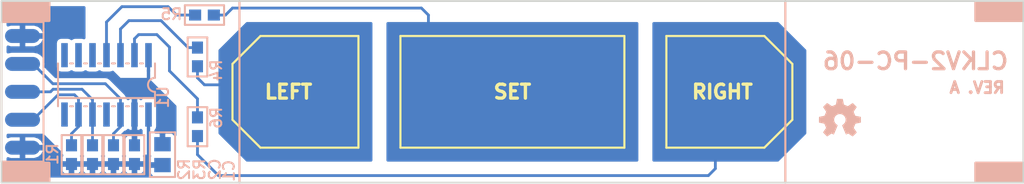
<source format=kicad_pcb>
(kicad_pcb (version 4) (host pcbnew "(2015-09-10 BZR 6177)-product")

  (general
    (links 19)
    (no_connects 0)
    (area 98.715999 95.042 191.845001 113.675381)
    (thickness 1.6)
    (drawings 27)
    (tracks 68)
    (zones 0)
    (modules 11)
    (nets 17)
  )

  (page A4)
  (layers
    (0 F.Cu signal)
    (31 B.Cu signal)
    (32 B.Adhes user)
    (33 F.Adhes user)
    (34 B.Paste user)
    (35 F.Paste user)
    (36 B.SilkS user)
    (37 F.SilkS user)
    (38 B.Mask user)
    (39 F.Mask user)
    (40 Dwgs.User user)
    (41 Cmts.User user)
    (42 Eco1.User user)
    (43 Eco2.User user)
    (44 Edge.Cuts user)
    (45 Margin user)
    (46 B.CrtYd user)
    (47 F.CrtYd user)
    (48 B.Fab user)
    (49 F.Fab user)
  )

  (setup
    (last_trace_width 0.254)
    (trace_clearance 0.254)
    (zone_clearance 0.508)
    (zone_45_only no)
    (trace_min 0.2)
    (segment_width 0.2)
    (edge_width 0.15)
    (via_size 1.016)
    (via_drill 0.5588)
    (via_min_size 0.4)
    (via_min_drill 0.3)
    (uvia_size 0.3)
    (uvia_drill 0.1)
    (uvias_allowed no)
    (uvia_min_size 0)
    (uvia_min_drill 0)
    (pcb_text_width 0.3)
    (pcb_text_size 1.5 1.5)
    (mod_edge_width 0.15)
    (mod_text_size 1 1)
    (mod_text_width 0.18)
    (pad_size 1.5 1.5)
    (pad_drill 0.6)
    (pad_to_mask_clearance 0)
    (aux_axis_origin 99.06 113.538)
    (grid_origin 145.415 105.283)
    (visible_elements FFFFFF7F)
    (pcbplotparams
      (layerselection 0x00030_80000001)
      (usegerberextensions false)
      (excludeedgelayer true)
      (linewidth 0.100000)
      (plotframeref false)
      (viasonmask false)
      (mode 1)
      (useauxorigin false)
      (hpglpennumber 1)
      (hpglpenspeed 20)
      (hpglpendiameter 15)
      (hpglpenoverlay 2)
      (psnegative false)
      (psa4output false)
      (plotreference true)
      (plotvalue true)
      (plotinvisibletext false)
      (padsonsilk false)
      (subtractmaskfromsilk false)
      (outputformat 1)
      (mirror false)
      (drillshape 1)
      (scaleselection 1)
      (outputdirectory ""))
  )

  (net 0 "")
  (net 1 GND)
  (net 2 +3V3)
  (net 3 "Net-(U1-Pad4)")
  (net 4 "Net-(U1-Pad7)")
  (net 5 "Net-(U1-Pad10)")
  (net 6 "Net-(U1-Pad9)")
  (net 7 "Net-(U1-Pad8)")
  (net 8 "Net-(R4-Pad1)")
  (net 9 /E_LEFT)
  (net 10 "Net-(R5-Pad1)")
  (net 11 /E_SET)
  (net 12 "Net-(R6-Pad1)")
  (net 13 /E_RIGHT)
  (net 14 /SDA)
  (net 15 /~CHANGE)
  (net 16 /SCL)

  (net_class Default "This is the default net class."
    (clearance 0.254)
    (trace_width 0.254)
    (via_dia 1.016)
    (via_drill 0.5588)
    (uvia_dia 0.3)
    (uvia_drill 0.1)
    (add_net /E_LEFT)
    (add_net /E_RIGHT)
    (add_net /E_SET)
    (add_net /SCL)
    (add_net /SDA)
    (add_net /~CHANGE)
    (add_net "Net-(R4-Pad1)")
    (add_net "Net-(R5-Pad1)")
    (add_net "Net-(R6-Pad1)")
    (add_net "Net-(U1-Pad10)")
    (add_net "Net-(U1-Pad4)")
    (add_net "Net-(U1-Pad7)")
    (add_net "Net-(U1-Pad8)")
    (add_net "Net-(U1-Pad9)")
  )

  (net_class Power ""
    (clearance 0.254)
    (trace_width 0.3048)
    (via_dia 1.016)
    (via_drill 0.5588)
    (uvia_dia 0.3)
    (uvia_drill 0.1)
    (add_net +3V3)
    (add_net GND)
  )

  (module SMT-SOIC:14N (layer B.Cu) (tedit 54F2A2C2) (tstamp 55CFFD3A)
    (at 108.585 104.648 180)
    (descr "SOIC - 14 Pins - Narrow (JEDEC MS-012AA)")
    (tags SOIC)
    (path /55CFFE23)
    (fp_text reference U1 (at -5.715 0 450) (layer B.SilkS)
      (effects (font (size 1 1) (thickness 0.18)) (justify left bottom mirror))
    )
    (fp_text value AT42QT1070 (at 5.9 0 450) (layer B.SilkS) hide
      (effects (font (size 1 1) (thickness 0.18)) (justify mirror))
    )
    (fp_line (start 4.4 -3) (end 4.4 3) (layer Dwgs.User) (width 0.05))
    (fp_line (start -4.4 3) (end -4.4 -3) (layer Dwgs.User) (width 0.05))
    (fp_line (start -4.4 -3) (end 4.4 -3) (layer Dwgs.User) (width 0.05))
    (fp_line (start -4.9 4.318) (end 4.9 4.318) (layer B.CrtYd) (width 0.05))
    (fp_line (start 4.9 4.318) (end 4.9 -4.318) (layer B.CrtYd) (width 0.05))
    (fp_line (start 4.9 -4.318) (end -4.9 -4.318) (layer B.CrtYd) (width 0.05))
    (fp_line (start -4.9 -4.318) (end -4.9 4.318) (layer B.CrtYd) (width 0.05))
    (fp_line (start 4.4 1.95) (end 4.4 -1.95) (layer B.SilkS) (width 0.18))
    (fp_line (start -4.4 -1.95) (end -4.4 -0.635) (layer B.SilkS) (width 0.18))
    (fp_line (start -4.4 0.635) (end -4.4 1.95) (layer B.SilkS) (width 0.18))
    (fp_line (start 4.4 -1.2) (end -4.4 -1.2) (layer B.SilkS) (width 0.18))
    (fp_line (start -3.302 1.95) (end -3.048 1.95) (layer B.SilkS) (width 0.18))
    (fp_line (start -2.032 1.95) (end -1.778 1.95) (layer B.SilkS) (width 0.18))
    (fp_line (start -0.762 1.95) (end -0.508 1.95) (layer B.SilkS) (width 0.18))
    (fp_line (start -3.302 -1.95) (end -3.048 -1.95) (layer B.SilkS) (width 0.18))
    (fp_line (start -2.032 -1.95) (end -1.778 -1.95) (layer B.SilkS) (width 0.18))
    (fp_line (start -0.762 -1.95) (end -0.508 -1.95) (layer B.SilkS) (width 0.18))
    (fp_arc (start -4.4 0) (end -4.4 0.635) (angle -180) (layer B.SilkS) (width 0.18))
    (fp_line (start -4.4 3) (end 4.4 3) (layer Dwgs.User) (width 0.05))
    (fp_line (start -0.762 1.95) (end -0.508 1.95) (layer B.SilkS) (width 0.18))
    (fp_line (start 0.508 1.95) (end 0.762 1.95) (layer B.SilkS) (width 0.18))
    (fp_line (start 1.778 1.95) (end 2.032 1.95) (layer B.SilkS) (width 0.18))
    (fp_line (start 3.048 1.95) (end 3.302 1.95) (layer B.SilkS) (width 0.18))
    (fp_line (start 0.508 -1.95) (end 0.762 -1.95) (layer B.SilkS) (width 0.18))
    (fp_line (start 1.778 -1.95) (end 2.032 -1.95) (layer B.SilkS) (width 0.18))
    (fp_line (start 3.048 -1.95) (end 3.302 -1.95) (layer B.SilkS) (width 0.18))
    (pad 2 smd rect (at -2.54 -2.7 180) (size 0.6 2.2) (layers B.Cu B.Paste B.Mask)
      (net 1 GND))
    (pad 13 smd rect (at -2.54 2.7 180) (size 0.6 2.2) (layers B.Cu B.Paste B.Mask)
      (net 12 "Net-(R6-Pad1)"))
    (pad 1 smd rect (at -3.81 -2.7 180) (size 0.6 2.2) (layers B.Cu B.Paste B.Mask)
      (net 2 +3V3))
    (pad 3 smd rect (at -1.27 -2.7 180) (size 0.6 2.2) (layers B.Cu B.Paste B.Mask)
      (net 14 /SDA))
    (pad 4 smd rect (at 0 -2.7 180) (size 0.6 2.2) (layers B.Cu B.Paste B.Mask)
      (net 3 "Net-(U1-Pad4)"))
    (pad 14 smd rect (at -3.81 2.7 180) (size 0.6 2.2) (layers B.Cu B.Paste B.Mask)
      (net 1 GND))
    (pad 12 smd rect (at -1.27 2.7 180) (size 0.6 2.2) (layers B.Cu B.Paste B.Mask)
      (net 8 "Net-(R4-Pad1)"))
    (pad 11 smd rect (at 0 2.7 180) (size 0.6 2.2) (layers B.Cu B.Paste B.Mask)
      (net 10 "Net-(R5-Pad1)"))
    (pad 5 smd rect (at 1.27 -2.7 180) (size 0.6 2.2) (layers B.Cu B.Paste B.Mask)
      (net 15 /~CHANGE))
    (pad 6 smd rect (at 2.54 -2.7 180) (size 0.6 2.2) (layers B.Cu B.Paste B.Mask)
      (net 16 /SCL))
    (pad 7 smd rect (at 3.81 -2.7 180) (size 0.6 2.2) (layers B.Cu B.Paste B.Mask)
      (net 4 "Net-(U1-Pad7)"))
    (pad 10 smd rect (at 1.27 2.7 180) (size 0.6 2.2) (layers B.Cu B.Paste B.Mask)
      (net 5 "Net-(U1-Pad10)"))
    (pad 9 smd rect (at 2.54 2.7 180) (size 0.6 2.2) (layers B.Cu B.Paste B.Mask)
      (net 6 "Net-(U1-Pad9)"))
    (pad 8 smd rect (at 3.81 2.7 180) (size 0.6 2.2) (layers B.Cu B.Paste B.Mask)
      (net 7 "Net-(U1-Pad8)"))
    (model smt-soic.pretty/14N.wrl
      (at (xyz 0 0 0))
      (scale (xyz 1 1 1))
      (rotate (xyz 0 0 -90))
    )
  )

  (module Conn-Wire-Pads:WP-50mil-1x05 (layer B.Cu) (tedit 5509C458) (tstamp 55D000F5)
    (at 100.965 105.283 270)
    (descr "Wire pads - 50mil x 125mil - Single row, 5 pos.")
    (path /55D0001E)
    (attr virtual)
    (fp_text reference J1 (at -7.112 1.016 540) (layer B.SilkS)
      (effects (font (size 1 1) (thickness 0.18)) (justify mirror))
    )
    (fp_text value HEADER-1x05 (at 0 -3.175 270) (layer B.Fab) hide
      (effects (font (size 1 1) (thickness 0.18)) (justify mirror))
    )
    (fp_line (start 6.35 -1.905) (end -6.35 -1.905) (layer B.SilkS) (width 0.18))
    (fp_line (start -6.35 1.905) (end 6.35 1.905) (layer B.SilkS) (width 0.18))
    (fp_line (start 6.35 1.905) (end 6.35 -1.905) (layer B.SilkS) (width 0.18))
    (fp_line (start -6.35 -1.905) (end -6.35 1.905) (layer B.SilkS) (width 0.18))
    (fp_line (start 6.35 -1.905) (end -6.35 -1.905) (layer B.CrtYd) (width 0.05))
    (fp_line (start -6.35 1.905) (end 6.35 1.905) (layer B.CrtYd) (width 0.05))
    (fp_line (start 6.35 1.905) (end 6.35 -1.905) (layer B.CrtYd) (width 0.05))
    (fp_line (start -6.35 -1.905) (end -6.35 1.905) (layer B.CrtYd) (width 0.05))
    (pad 1 smd oval (at -5.08 0 270) (size 1.27 3.175) (layers B.Cu B.Paste B.Mask)
      (net 1 GND))
    (pad 2 smd oval (at -2.54 0 270) (size 1.27 3.175) (layers B.Cu B.Paste B.Mask)
      (net 14 /SDA))
    (pad 3 smd oval (at 0 0 270) (size 1.27 3.175) (layers B.Cu B.Paste B.Mask)
      (net 15 /~CHANGE))
    (pad 5 smd oval (at 5.08 0 270) (size 1.27 3.175) (layers B.Cu B.Paste B.Mask)
      (net 2 +3V3))
    (pad 4 smd oval (at 2.54 0 270) (size 1.27 3.175) (layers B.Cu B.Paste B.Mask)
      (net 16 /SCL))
  )

  (module SMT:C-0805 (layer B.Cu) (tedit 54F143BB) (tstamp 55D0095F)
    (at 113.665 110.998 90)
    (descr "0805 (2012 metric)")
    (tags "smt 0805")
    (path /55D00967)
    (fp_text reference C1 (at -0.381 6.604 90) (layer B.SilkS)
      (effects (font (size 1 1) (thickness 0.18)) (justify left bottom mirror))
    )
    (fp_text value 1uF (at -0.127 -2.159 90) (layer B.SilkS) hide
      (effects (font (size 1 1) (thickness 0.18)) (justify mirror))
    )
    (fp_line (start -1.016 0.635) (end 1.016 0.635) (layer Dwgs.User) (width 0.05))
    (fp_line (start 1.016 0.635) (end 1.016 -0.635) (layer Dwgs.User) (width 0.05))
    (fp_line (start 1.016 -0.635) (end -1.016 -0.635) (layer Dwgs.User) (width 0.05))
    (fp_line (start -1.016 -0.635) (end -1.016 0.635) (layer Dwgs.User) (width 0.05))
    (fp_line (start -2.032 1.143) (end 2.032 1.143) (layer B.CrtYd) (width 0.05))
    (fp_line (start 2.032 1.143) (end 2.032 -1.143) (layer B.CrtYd) (width 0.05))
    (fp_line (start 2.032 -1.143) (end -2.032 -1.143) (layer B.CrtYd) (width 0.05))
    (fp_line (start -2.032 -1.143) (end -2.032 1.143) (layer B.CrtYd) (width 0.05))
    (fp_line (start -2.032 -1.143) (end 2.032 -1.143) (layer B.SilkS) (width 0.18))
    (fp_line (start 2.032 -1.143) (end 2.032 1.143) (layer B.SilkS) (width 0.18))
    (fp_line (start 2.032 1.143) (end -2.032 1.143) (layer B.SilkS) (width 0.18))
    (fp_line (start -2.032 1.143) (end -2.032 -1.143) (layer B.SilkS) (width 0.18))
    (pad 1 smd rect (at -0.95 0 90) (size 1.3 1.5) (layers B.Cu B.Paste B.Mask)
      (net 2 +3V3))
    (pad 2 smd rect (at 0.95 0 90) (size 1.3 1.5) (layers B.Cu B.Paste B.Mask)
      (net 1 GND))
    (model smt.pretty/C-0805.wrl
      (at (xyz 0 0 0))
      (scale (xyz 1 1 0.8))
      (rotate (xyz 0 0 0))
    )
  )

  (module SMT:C-0603 (layer B.Cu) (tedit 54F14543) (tstamp 55D00971)
    (at 111.125 110.998 90)
    (descr "0603 (1608 metric)")
    (tags "smt 0603")
    (path /55D0077D)
    (fp_text reference C2 (at -0.254 7.874 90) (layer B.SilkS)
      (effects (font (size 1 1) (thickness 0.18)) (justify left bottom mirror))
    )
    (fp_text value 100nF (at 0 -2.032 90) (layer B.SilkS) hide
      (effects (font (size 1 1) (thickness 0.18)) (justify mirror))
    )
    (fp_line (start -0.762 0.381) (end 0.762 0.381) (layer Dwgs.User) (width 0.05))
    (fp_line (start 0.762 0.381) (end 0.762 -0.381) (layer Dwgs.User) (width 0.05))
    (fp_line (start 0.762 -0.381) (end -0.762 -0.381) (layer Dwgs.User) (width 0.05))
    (fp_line (start -0.762 -0.381) (end -0.762 0.381) (layer Dwgs.User) (width 0.05))
    (fp_line (start -1.778 0.889) (end 1.778 0.889) (layer B.CrtYd) (width 0.05))
    (fp_line (start 1.778 0.889) (end 1.778 -0.889) (layer B.CrtYd) (width 0.05))
    (fp_line (start 1.778 -0.889) (end -1.778 -0.889) (layer B.CrtYd) (width 0.05))
    (fp_line (start -1.778 -0.889) (end -1.778 0.889) (layer B.CrtYd) (width 0.05))
    (fp_line (start -1.778 0.889) (end 1.778 0.889) (layer B.SilkS) (width 0.18))
    (fp_line (start 1.778 0.889) (end 1.778 -0.889) (layer B.SilkS) (width 0.18))
    (fp_line (start 1.778 -0.889) (end -1.778 -0.889) (layer B.SilkS) (width 0.18))
    (fp_line (start -1.778 -0.889) (end -1.778 0.889) (layer B.SilkS) (width 0.18))
    (pad 1 smd rect (at -0.85 0 90) (size 1.1 1) (layers B.Cu B.Paste B.Mask)
      (net 2 +3V3))
    (pad 2 smd rect (at 0.85 0 90) (size 1.1 1) (layers B.Cu B.Paste B.Mask)
      (net 1 GND))
    (model smt.pretty/C-0603.wrl
      (at (xyz 0 0 0))
      (scale (xyz 1 1 0.8))
      (rotate (xyz 0 0 0))
    )
  )

  (module SMT:C-0603 (layer B.Cu) (tedit 54F14543) (tstamp 55D00983)
    (at 105.41 110.998 90)
    (descr "0603 (1608 metric)")
    (tags "smt 0603")
    (path /55D00BF5)
    (fp_text reference R1 (at 1.143 -1.143 90) (layer B.SilkS)
      (effects (font (size 1 1) (thickness 0.18)) (justify left bottom mirror))
    )
    (fp_text value 100k (at 0 -2.032 90) (layer B.SilkS) hide
      (effects (font (size 1 1) (thickness 0.18)) (justify mirror))
    )
    (fp_line (start -0.762 0.381) (end 0.762 0.381) (layer Dwgs.User) (width 0.05))
    (fp_line (start 0.762 0.381) (end 0.762 -0.381) (layer Dwgs.User) (width 0.05))
    (fp_line (start 0.762 -0.381) (end -0.762 -0.381) (layer Dwgs.User) (width 0.05))
    (fp_line (start -0.762 -0.381) (end -0.762 0.381) (layer Dwgs.User) (width 0.05))
    (fp_line (start -1.778 0.889) (end 1.778 0.889) (layer B.CrtYd) (width 0.05))
    (fp_line (start 1.778 0.889) (end 1.778 -0.889) (layer B.CrtYd) (width 0.05))
    (fp_line (start 1.778 -0.889) (end -1.778 -0.889) (layer B.CrtYd) (width 0.05))
    (fp_line (start -1.778 -0.889) (end -1.778 0.889) (layer B.CrtYd) (width 0.05))
    (fp_line (start -1.778 0.889) (end 1.778 0.889) (layer B.SilkS) (width 0.18))
    (fp_line (start 1.778 0.889) (end 1.778 -0.889) (layer B.SilkS) (width 0.18))
    (fp_line (start 1.778 -0.889) (end -1.778 -0.889) (layer B.SilkS) (width 0.18))
    (fp_line (start -1.778 -0.889) (end -1.778 0.889) (layer B.SilkS) (width 0.18))
    (pad 1 smd rect (at -0.85 0 90) (size 1.1 1) (layers B.Cu B.Paste B.Mask)
      (net 2 +3V3))
    (pad 2 smd rect (at 0.85 0 90) (size 1.1 1) (layers B.Cu B.Paste B.Mask)
      (net 16 /SCL))
    (model smt.pretty/C-0603.wrl
      (at (xyz 0 0 0))
      (scale (xyz 1 1 0.8))
      (rotate (xyz 0 0 0))
    )
  )

  (module SMT:C-0603 (layer B.Cu) (tedit 54F14543) (tstamp 55D00995)
    (at 107.315 110.998 90)
    (descr "0603 (1608 metric)")
    (tags "smt 0603")
    (path /55D00CB7)
    (fp_text reference R2 (at -0.254 8.89 90) (layer B.SilkS)
      (effects (font (size 1 1) (thickness 0.18)) (justify left bottom mirror))
    )
    (fp_text value 100k (at 0 -2.032 90) (layer B.SilkS) hide
      (effects (font (size 1 1) (thickness 0.18)) (justify mirror))
    )
    (fp_line (start -0.762 0.381) (end 0.762 0.381) (layer Dwgs.User) (width 0.05))
    (fp_line (start 0.762 0.381) (end 0.762 -0.381) (layer Dwgs.User) (width 0.05))
    (fp_line (start 0.762 -0.381) (end -0.762 -0.381) (layer Dwgs.User) (width 0.05))
    (fp_line (start -0.762 -0.381) (end -0.762 0.381) (layer Dwgs.User) (width 0.05))
    (fp_line (start -1.778 0.889) (end 1.778 0.889) (layer B.CrtYd) (width 0.05))
    (fp_line (start 1.778 0.889) (end 1.778 -0.889) (layer B.CrtYd) (width 0.05))
    (fp_line (start 1.778 -0.889) (end -1.778 -0.889) (layer B.CrtYd) (width 0.05))
    (fp_line (start -1.778 -0.889) (end -1.778 0.889) (layer B.CrtYd) (width 0.05))
    (fp_line (start -1.778 0.889) (end 1.778 0.889) (layer B.SilkS) (width 0.18))
    (fp_line (start 1.778 0.889) (end 1.778 -0.889) (layer B.SilkS) (width 0.18))
    (fp_line (start 1.778 -0.889) (end -1.778 -0.889) (layer B.SilkS) (width 0.18))
    (fp_line (start -1.778 -0.889) (end -1.778 0.889) (layer B.SilkS) (width 0.18))
    (pad 1 smd rect (at -0.85 0 90) (size 1.1 1) (layers B.Cu B.Paste B.Mask)
      (net 2 +3V3))
    (pad 2 smd rect (at 0.85 0 90) (size 1.1 1) (layers B.Cu B.Paste B.Mask)
      (net 15 /~CHANGE))
    (model smt.pretty/C-0603.wrl
      (at (xyz 0 0 0))
      (scale (xyz 1 1 0.8))
      (rotate (xyz 0 0 0))
    )
  )

  (module SMT:C-0603 (layer B.Cu) (tedit 54F14543) (tstamp 55D009A7)
    (at 109.22 110.998 90)
    (descr "0603 (1608 metric)")
    (tags "smt 0603")
    (path /55D00CF0)
    (fp_text reference R3 (at -0.254 8.382 90) (layer B.SilkS)
      (effects (font (size 1 1) (thickness 0.18)) (justify left bottom mirror))
    )
    (fp_text value 100k (at 0 -2.032 90) (layer B.SilkS) hide
      (effects (font (size 1 1) (thickness 0.18)) (justify mirror))
    )
    (fp_line (start -0.762 0.381) (end 0.762 0.381) (layer Dwgs.User) (width 0.05))
    (fp_line (start 0.762 0.381) (end 0.762 -0.381) (layer Dwgs.User) (width 0.05))
    (fp_line (start 0.762 -0.381) (end -0.762 -0.381) (layer Dwgs.User) (width 0.05))
    (fp_line (start -0.762 -0.381) (end -0.762 0.381) (layer Dwgs.User) (width 0.05))
    (fp_line (start -1.778 0.889) (end 1.778 0.889) (layer B.CrtYd) (width 0.05))
    (fp_line (start 1.778 0.889) (end 1.778 -0.889) (layer B.CrtYd) (width 0.05))
    (fp_line (start 1.778 -0.889) (end -1.778 -0.889) (layer B.CrtYd) (width 0.05))
    (fp_line (start -1.778 -0.889) (end -1.778 0.889) (layer B.CrtYd) (width 0.05))
    (fp_line (start -1.778 0.889) (end 1.778 0.889) (layer B.SilkS) (width 0.18))
    (fp_line (start 1.778 0.889) (end 1.778 -0.889) (layer B.SilkS) (width 0.18))
    (fp_line (start 1.778 -0.889) (end -1.778 -0.889) (layer B.SilkS) (width 0.18))
    (fp_line (start -1.778 -0.889) (end -1.778 0.889) (layer B.SilkS) (width 0.18))
    (pad 1 smd rect (at -0.85 0 90) (size 1.1 1) (layers B.Cu B.Paste B.Mask)
      (net 2 +3V3))
    (pad 2 smd rect (at 0.85 0 90) (size 1.1 1) (layers B.Cu B.Paste B.Mask)
      (net 14 /SDA))
    (model smt.pretty/C-0603.wrl
      (at (xyz 0 0 0))
      (scale (xyz 1 1 0.8))
      (rotate (xyz 0 0 0))
    )
  )

  (module SMT:C-0603 (layer B.Cu) (tedit 54F14543) (tstamp 55D009B9)
    (at 116.84 102.108 270)
    (descr "0603 (1608 metric)")
    (tags "smt 0603")
    (path /55D0032C)
    (fp_text reference R4 (at 0.127 -2.286 450) (layer B.SilkS)
      (effects (font (size 1 1) (thickness 0.18)) (justify left bottom mirror))
    )
    (fp_text value 470 (at 0 -2.032 270) (layer B.SilkS) hide
      (effects (font (size 1 1) (thickness 0.18)) (justify mirror))
    )
    (fp_line (start -0.762 0.381) (end 0.762 0.381) (layer Dwgs.User) (width 0.05))
    (fp_line (start 0.762 0.381) (end 0.762 -0.381) (layer Dwgs.User) (width 0.05))
    (fp_line (start 0.762 -0.381) (end -0.762 -0.381) (layer Dwgs.User) (width 0.05))
    (fp_line (start -0.762 -0.381) (end -0.762 0.381) (layer Dwgs.User) (width 0.05))
    (fp_line (start -1.778 0.889) (end 1.778 0.889) (layer B.CrtYd) (width 0.05))
    (fp_line (start 1.778 0.889) (end 1.778 -0.889) (layer B.CrtYd) (width 0.05))
    (fp_line (start 1.778 -0.889) (end -1.778 -0.889) (layer B.CrtYd) (width 0.05))
    (fp_line (start -1.778 -0.889) (end -1.778 0.889) (layer B.CrtYd) (width 0.05))
    (fp_line (start -1.778 0.889) (end 1.778 0.889) (layer B.SilkS) (width 0.18))
    (fp_line (start 1.778 0.889) (end 1.778 -0.889) (layer B.SilkS) (width 0.18))
    (fp_line (start 1.778 -0.889) (end -1.778 -0.889) (layer B.SilkS) (width 0.18))
    (fp_line (start -1.778 -0.889) (end -1.778 0.889) (layer B.SilkS) (width 0.18))
    (pad 1 smd rect (at -0.85 0 270) (size 1.1 1) (layers B.Cu B.Paste B.Mask)
      (net 8 "Net-(R4-Pad1)"))
    (pad 2 smd rect (at 0.85 0 270) (size 1.1 1) (layers B.Cu B.Paste B.Mask)
      (net 9 /E_LEFT))
    (model smt.pretty/C-0603.wrl
      (at (xyz 0 0 0))
      (scale (xyz 1 1 0.8))
      (rotate (xyz 0 0 0))
    )
  )

  (module SMT:C-0603 (layer B.Cu) (tedit 54F14543) (tstamp 55D009CB)
    (at 117.475 98.298)
    (descr "0603 (1608 metric)")
    (tags "smt 0603")
    (path /55D004C8)
    (fp_text reference R5 (at -1.905 0.508) (layer B.SilkS)
      (effects (font (size 1 1) (thickness 0.18)) (justify left bottom mirror))
    )
    (fp_text value 470 (at 0 -2.032) (layer B.SilkS) hide
      (effects (font (size 1 1) (thickness 0.18)) (justify mirror))
    )
    (fp_line (start -0.762 0.381) (end 0.762 0.381) (layer Dwgs.User) (width 0.05))
    (fp_line (start 0.762 0.381) (end 0.762 -0.381) (layer Dwgs.User) (width 0.05))
    (fp_line (start 0.762 -0.381) (end -0.762 -0.381) (layer Dwgs.User) (width 0.05))
    (fp_line (start -0.762 -0.381) (end -0.762 0.381) (layer Dwgs.User) (width 0.05))
    (fp_line (start -1.778 0.889) (end 1.778 0.889) (layer B.CrtYd) (width 0.05))
    (fp_line (start 1.778 0.889) (end 1.778 -0.889) (layer B.CrtYd) (width 0.05))
    (fp_line (start 1.778 -0.889) (end -1.778 -0.889) (layer B.CrtYd) (width 0.05))
    (fp_line (start -1.778 -0.889) (end -1.778 0.889) (layer B.CrtYd) (width 0.05))
    (fp_line (start -1.778 0.889) (end 1.778 0.889) (layer B.SilkS) (width 0.18))
    (fp_line (start 1.778 0.889) (end 1.778 -0.889) (layer B.SilkS) (width 0.18))
    (fp_line (start 1.778 -0.889) (end -1.778 -0.889) (layer B.SilkS) (width 0.18))
    (fp_line (start -1.778 -0.889) (end -1.778 0.889) (layer B.SilkS) (width 0.18))
    (pad 1 smd rect (at -0.85 0) (size 1.1 1) (layers B.Cu B.Paste B.Mask)
      (net 10 "Net-(R5-Pad1)"))
    (pad 2 smd rect (at 0.85 0) (size 1.1 1) (layers B.Cu B.Paste B.Mask)
      (net 11 /E_SET))
    (model smt.pretty/C-0603.wrl
      (at (xyz 0 0 0))
      (scale (xyz 1 1 0.8))
      (rotate (xyz 0 0 0))
    )
  )

  (module SMT:C-0603 (layer B.Cu) (tedit 54F14543) (tstamp 55D009DD)
    (at 116.84 108.458 270)
    (descr "0603 (1608 metric)")
    (tags "smt 0603")
    (path /55D00512)
    (fp_text reference R6 (at -1.905 -2.286 270) (layer B.SilkS)
      (effects (font (size 1 1) (thickness 0.18)) (justify left bottom mirror))
    )
    (fp_text value 470 (at 0 -2.032 270) (layer B.SilkS) hide
      (effects (font (size 1 1) (thickness 0.18)) (justify mirror))
    )
    (fp_line (start -0.762 0.381) (end 0.762 0.381) (layer Dwgs.User) (width 0.05))
    (fp_line (start 0.762 0.381) (end 0.762 -0.381) (layer Dwgs.User) (width 0.05))
    (fp_line (start 0.762 -0.381) (end -0.762 -0.381) (layer Dwgs.User) (width 0.05))
    (fp_line (start -0.762 -0.381) (end -0.762 0.381) (layer Dwgs.User) (width 0.05))
    (fp_line (start -1.778 0.889) (end 1.778 0.889) (layer B.CrtYd) (width 0.05))
    (fp_line (start 1.778 0.889) (end 1.778 -0.889) (layer B.CrtYd) (width 0.05))
    (fp_line (start 1.778 -0.889) (end -1.778 -0.889) (layer B.CrtYd) (width 0.05))
    (fp_line (start -1.778 -0.889) (end -1.778 0.889) (layer B.CrtYd) (width 0.05))
    (fp_line (start -1.778 0.889) (end 1.778 0.889) (layer B.SilkS) (width 0.18))
    (fp_line (start 1.778 0.889) (end 1.778 -0.889) (layer B.SilkS) (width 0.18))
    (fp_line (start 1.778 -0.889) (end -1.778 -0.889) (layer B.SilkS) (width 0.18))
    (fp_line (start -1.778 -0.889) (end -1.778 0.889) (layer B.SilkS) (width 0.18))
    (pad 1 smd rect (at -0.85 0 270) (size 1.1 1) (layers B.Cu B.Paste B.Mask)
      (net 12 "Net-(R6-Pad1)"))
    (pad 2 smd rect (at 0.85 0 270) (size 1.1 1) (layers B.Cu B.Paste B.Mask)
      (net 13 /E_RIGHT))
    (model smt.pretty/C-0603.wrl
      (at (xyz 0 0 0))
      (scale (xyz 1 1 0.8))
      (rotate (xyz 0 0 0))
    )
  )

  (module Symbols:LOGO-OSHW-150 (layer B.Cu) (tedit 5508864D) (tstamp 55E6211A)
    (at 175.133 107.823 180)
    (descr "Open Source Hardware Logo - 150mil wide")
    (fp_text reference LOGO-OSHW-150 (at 0 2.921 180) (layer Dwgs.User) hide
      (effects (font (size 1 1) (thickness 0.18)))
    )
    (fp_text value OSHW (at 0 -2.667 180) (layer B.SilkS) hide
      (effects (font (size 1 1) (thickness 0.18)) (justify mirror))
    )
    (fp_poly (pts (xy -1.15316 -1.51892) (xy -1.13284 -1.50876) (xy -1.08966 -1.48082) (xy -1.02616 -1.43764)
      (xy -0.94996 -1.38938) (xy -0.8763 -1.33604) (xy -0.8128 -1.2954) (xy -0.76962 -1.26746)
      (xy -0.75184 -1.2573) (xy -0.74168 -1.26238) (xy -0.70612 -1.27762) (xy -0.65278 -1.30556)
      (xy -0.62484 -1.3208) (xy -0.57658 -1.34112) (xy -0.55118 -1.3462) (xy -0.54864 -1.33858)
      (xy -0.53086 -1.30302) (xy -0.50292 -1.23952) (xy -0.46736 -1.15824) (xy -0.42672 -1.06172)
      (xy -0.381 -0.95758) (xy -0.33782 -0.8509) (xy -0.29464 -0.7493) (xy -0.25908 -0.65786)
      (xy -0.2286 -0.5842) (xy -0.20828 -0.5334) (xy -0.20066 -0.51054) (xy -0.2032 -0.50546)
      (xy -0.2286 -0.4826) (xy -0.26924 -0.45212) (xy -0.35814 -0.37846) (xy -0.44958 -0.2667)
      (xy -0.50292 -0.1397) (xy -0.5207 0) (xy -0.50546 0.127) (xy -0.45466 0.254)
      (xy -0.3683 0.36576) (xy -0.26162 0.44958) (xy -0.13716 0.50038) (xy 0 0.51816)
      (xy 0.13208 0.50292) (xy 0.25908 0.45212) (xy 0.37084 0.3683) (xy 0.4191 0.31242)
      (xy 0.48514 0.19812) (xy 0.5207 0.0762) (xy 0.52578 0.04572) (xy 0.5207 -0.08636)
      (xy 0.48006 -0.21336) (xy 0.40894 -0.32766) (xy 0.31242 -0.42164) (xy 0.29972 -0.4318)
      (xy 0.254 -0.46482) (xy 0.22352 -0.49022) (xy 0.20066 -0.508) (xy 0.37084 -0.91948)
      (xy 0.39878 -0.98298) (xy 0.4445 -1.09474) (xy 0.48514 -1.19126) (xy 0.51816 -1.27)
      (xy 0.54102 -1.3208) (xy 0.55118 -1.34112) (xy 0.55118 -1.34366) (xy 0.56642 -1.3462)
      (xy 0.59944 -1.3335) (xy 0.65532 -1.30556) (xy 0.69342 -1.28778) (xy 0.7366 -1.26492)
      (xy 0.75692 -1.2573) (xy 0.77216 -1.26746) (xy 0.81534 -1.29286) (xy 0.8763 -1.3335)
      (xy 0.94996 -1.3843) (xy 1.01854 -1.43256) (xy 1.08458 -1.47574) (xy 1.1303 -1.50368)
      (xy 1.15316 -1.51638) (xy 1.1557 -1.51638) (xy 1.17602 -1.50622) (xy 1.21412 -1.47574)
      (xy 1.27 -1.4224) (xy 1.34874 -1.34366) (xy 1.36144 -1.33096) (xy 1.42494 -1.26492)
      (xy 1.47828 -1.20904) (xy 1.51384 -1.17094) (xy 1.52654 -1.15316) (xy 1.52654 -1.15316)
      (xy 1.51384 -1.1303) (xy 1.4859 -1.08458) (xy 1.44272 -1.01854) (xy 1.39192 -0.94234)
      (xy 1.25476 -0.74422) (xy 1.32842 -0.5588) (xy 1.35128 -0.50292) (xy 1.38176 -0.4318)
      (xy 1.40208 -0.38354) (xy 1.41478 -0.36068) (xy 1.4351 -0.3556) (xy 1.4859 -0.3429)
      (xy 1.55956 -0.32766) (xy 1.64846 -0.30988) (xy 1.73228 -0.29464) (xy 1.80848 -0.28194)
      (xy 1.86182 -0.26924) (xy 1.88722 -0.26416) (xy 1.8923 -0.26162) (xy 1.89738 -0.24892)
      (xy 1.89992 -0.22352) (xy 1.90246 -0.1778) (xy 1.90246 -0.10668) (xy 1.90246 0)
      (xy 1.90246 0.00762) (xy 1.90246 0.10922) (xy 1.89992 0.18796) (xy 1.89738 0.2413)
      (xy 1.89484 0.26162) (xy 1.89484 0.26162) (xy 1.87198 0.26924) (xy 1.8161 0.2794)
      (xy 1.74244 0.29464) (xy 1.651 0.31242) (xy 1.64592 0.31242) (xy 1.55448 0.3302)
      (xy 1.48082 0.34544) (xy 1.42748 0.35814) (xy 1.40462 0.36576) (xy 1.39954 0.37084)
      (xy 1.38176 0.4064) (xy 1.35636 0.46228) (xy 1.32588 0.53086) (xy 1.29794 0.60198)
      (xy 1.27 0.66548) (xy 1.25476 0.7112) (xy 1.24968 0.73406) (xy 1.24968 0.73406)
      (xy 1.26238 0.75692) (xy 1.29286 0.80264) (xy 1.33858 0.86868) (xy 1.38938 0.94488)
      (xy 1.39446 0.94996) (xy 1.44526 1.02616) (xy 1.48844 1.08966) (xy 1.51638 1.13538)
      (xy 1.52654 1.15824) (xy 1.52654 1.15824) (xy 1.50876 1.1811) (xy 1.47066 1.22428)
      (xy 1.41478 1.2827) (xy 1.34874 1.34874) (xy 1.32588 1.3716) (xy 1.25222 1.44272)
      (xy 1.20142 1.49098) (xy 1.1684 1.51638) (xy 1.15316 1.52146) (xy 1.15316 1.52146)
      (xy 1.1303 1.50622) (xy 1.08204 1.47574) (xy 1.016 1.43002) (xy 0.9398 1.37922)
      (xy 0.93472 1.37414) (xy 0.85852 1.32334) (xy 0.79502 1.28016) (xy 0.7493 1.24968)
      (xy 0.72898 1.23952) (xy 0.72644 1.23952) (xy 0.69596 1.24714) (xy 0.64262 1.26746)
      (xy 0.57404 1.29286) (xy 0.50546 1.3208) (xy 0.43942 1.34874) (xy 0.39116 1.36906)
      (xy 0.37084 1.38176) (xy 0.3683 1.3843) (xy 0.36068 1.41224) (xy 0.34798 1.46812)
      (xy 0.33274 1.54686) (xy 0.31496 1.64084) (xy 0.31242 1.65354) (xy 0.29464 1.74498)
      (xy 0.2794 1.82118) (xy 0.26924 1.87198) (xy 0.26416 1.8923) (xy 0.25146 1.89738)
      (xy 0.20574 1.89992) (xy 0.1397 1.90246) (xy 0.05588 1.90246) (xy -0.02794 1.90246)
      (xy -0.11176 1.89992) (xy -0.18288 1.89738) (xy -0.23622 1.89484) (xy -0.25654 1.88976)
      (xy -0.25654 1.88976) (xy -0.2667 1.85928) (xy -0.27686 1.8034) (xy -0.29464 1.72466)
      (xy -0.31242 1.63068) (xy -0.31496 1.61544) (xy -0.33274 1.524) (xy -0.34798 1.45034)
      (xy -0.35814 1.39954) (xy -0.36322 1.37922) (xy -0.37338 1.37414) (xy -0.40894 1.3589)
      (xy -0.4699 1.3335) (xy -0.5461 1.30302) (xy -0.72136 1.2319) (xy -0.93472 1.37922)
      (xy -0.9525 1.39192) (xy -1.03124 1.44272) (xy -1.09474 1.4859) (xy -1.13792 1.51384)
      (xy -1.1557 1.524) (xy -1.15824 1.524) (xy -1.17856 1.50622) (xy -1.22174 1.46558)
      (xy -1.27762 1.4097) (xy -1.3462 1.34112) (xy -1.397 1.29286) (xy -1.45542 1.2319)
      (xy -1.49098 1.19126) (xy -1.5113 1.16586) (xy -1.51892 1.15062) (xy -1.51892 1.14046)
      (xy -1.50368 1.1176) (xy -1.4732 1.07188) (xy -1.42748 1.00584) (xy -1.37668 0.92964)
      (xy -1.3335 0.86868) (xy -1.28778 0.79502) (xy -1.2573 0.74422) (xy -1.24714 0.71882)
      (xy -1.24968 0.70866) (xy -1.26492 0.66802) (xy -1.29032 0.60452) (xy -1.3208 0.52832)
      (xy -1.397 0.35814) (xy -1.50622 0.33782) (xy -1.5748 0.32512) (xy -1.66878 0.30734)
      (xy -1.75768 0.28956) (xy -1.89992 0.26162) (xy -1.905 -0.25146) (xy -1.88214 -0.26162)
      (xy -1.86182 -0.2667) (xy -1.80848 -0.2794) (xy -1.73482 -0.29464) (xy -1.64846 -0.30988)
      (xy -1.57226 -0.32512) (xy -1.4986 -0.33782) (xy -1.44272 -0.34798) (xy -1.41986 -0.35306)
      (xy -1.41224 -0.36068) (xy -1.39446 -0.39878) (xy -1.36906 -0.4572) (xy -1.33858 -0.52578)
      (xy -1.3081 -0.59944) (xy -1.28016 -0.66548) (xy -1.26238 -0.71628) (xy -1.25476 -0.74168)
      (xy -1.26746 -0.762) (xy -1.2954 -0.80518) (xy -1.33604 -0.86868) (xy -1.38684 -0.94488)
      (xy -1.43764 -1.01854) (xy -1.48082 -1.08204) (xy -1.5113 -1.12776) (xy -1.524 -1.15062)
      (xy -1.51892 -1.16332) (xy -1.48844 -1.19888) (xy -1.43256 -1.25984) (xy -1.34874 -1.34112)
      (xy -1.3335 -1.35382) (xy -1.26746 -1.41986) (xy -1.21158 -1.47066) (xy -1.17094 -1.50622)
      (xy -1.15316 -1.51892)) (layer B.SilkS) (width 0.00254))
  )

  (gr_text "REV. A" (at 187.579 104.902) (layer B.SilkS)
    (effects (font (size 1.016 1.016) (thickness 0.254)) (justify mirror))
  )
  (gr_text CLKV2-PC-06 (at 181.991 102.489) (layer B.SilkS)
    (effects (font (thickness 0.3)) (justify mirror))
  )
  (gr_line (start 170.18 97.028) (end 170.18 113.538) (layer B.SilkS) (width 0.2))
  (gr_line (start 120.65 97.028) (end 120.65 113.538) (layer B.SilkS) (width 0.2))
  (gr_line (start 168.275 100.203) (end 159.385 100.203) (angle 90) (layer F.SilkS) (width 0.2))
  (gr_line (start 170.815 102.743) (end 168.275 100.203) (angle 90) (layer F.SilkS) (width 0.2))
  (gr_line (start 170.815 107.823) (end 170.815 102.743) (angle 90) (layer F.SilkS) (width 0.2))
  (gr_line (start 168.275 110.363) (end 170.815 107.823) (angle 90) (layer F.SilkS) (width 0.2))
  (gr_line (start 159.385 110.363) (end 168.275 110.363) (angle 90) (layer F.SilkS) (width 0.2))
  (gr_line (start 159.385 100.203) (end 159.385 110.363) (angle 90) (layer F.SilkS) (width 0.2))
  (gr_line (start 131.445 110.363) (end 131.445 100.203) (angle 90) (layer F.SilkS) (width 0.2))
  (gr_line (start 122.555 110.363) (end 131.445 110.363) (angle 90) (layer F.SilkS) (width 0.2))
  (gr_line (start 120.015 107.823) (end 122.555 110.363) (angle 90) (layer F.SilkS) (width 0.2))
  (gr_line (start 120.015 102.743) (end 120.015 107.823) (angle 90) (layer F.SilkS) (width 0.2))
  (gr_line (start 122.555 100.203) (end 120.015 102.743) (angle 90) (layer F.SilkS) (width 0.2))
  (gr_line (start 131.445 100.203) (end 122.555 100.203) (angle 90) (layer F.SilkS) (width 0.2))
  (gr_line (start 135.255 110.363) (end 135.255 100.203) (angle 90) (layer F.SilkS) (width 0.2))
  (gr_line (start 155.575 110.363) (end 135.255 110.363) (angle 90) (layer F.SilkS) (width 0.2))
  (gr_line (start 155.575 100.203) (end 155.575 110.363) (angle 90) (layer F.SilkS) (width 0.2))
  (gr_line (start 135.255 100.203) (end 155.575 100.203) (angle 90) (layer F.SilkS) (width 0.2))
  (gr_text RIGHT (at 164.465 105.283) (layer F.SilkS)
    (effects (font (size 1.27 1.27) (thickness 0.3)))
  )
  (gr_text SET (at 145.415 105.283) (layer F.SilkS)
    (effects (font (size 1.27 1.27) (thickness 0.3)))
  )
  (gr_text LEFT (at 125.095 105.283) (layer F.SilkS)
    (effects (font (size 1.27 1.27) (thickness 0.3)))
  )
  (gr_line (start 99.06 97.028) (end 99.06 113.538) (angle 90) (layer Edge.Cuts) (width 0.15))
  (gr_line (start 191.77 97.028) (end 99.06 97.028) (angle 90) (layer Edge.Cuts) (width 0.15))
  (gr_line (start 191.77 113.538) (end 191.77 97.028) (angle 90) (layer Edge.Cuts) (width 0.15))
  (gr_line (start 99.06 113.538) (end 191.77 113.538) (angle 90) (layer Edge.Cuts) (width 0.15))

  (segment (start 112.395 103.378) (end 112.395 104.648) (width 0.3048) (layer B.Cu) (net 1))
  (segment (start 113.665 109.093) (end 113.665 110.048) (width 0.3048) (layer B.Cu) (net 1))
  (segment (start 111.125 107.348) (end 111.125 110.148) (width 0.3048) (layer B.Cu) (net 1))
  (segment (start 112.395 101.948) (end 112.395 103.378) (width 0.3048) (layer B.Cu) (net 1))
  (segment (start 112.410396 111.848) (end 113.565 111.848) (width 0.3048) (layer B.Cu) (net 2))
  (segment (start 113.565 111.848) (end 113.665 111.948) (width 0.3048) (layer B.Cu) (net 2))
  (segment (start 112.18 111.848) (end 112.410396 111.848) (width 0.3048) (layer B.Cu) (net 2))
  (segment (start 112.395 107.348) (end 112.395 111.832604) (width 0.3048) (layer B.Cu) (net 2))
  (segment (start 112.395 111.832604) (end 112.410396 111.848) (width 0.3048) (layer B.Cu) (net 2))
  (segment (start 112.18 111.848) (end 111.125 111.848) (width 0.3048) (layer B.Cu) (net 2) (tstamp 55D0107F))
  (segment (start 100.965 110.363) (end 102.87 110.363) (width 0.3048) (layer B.Cu) (net 2))
  (segment (start 104.355 111.848) (end 107.315 111.848) (width 0.3048) (layer B.Cu) (net 2) (tstamp 55D01074))
  (segment (start 102.87 110.363) (end 104.355 111.848) (width 0.3048) (layer B.Cu) (net 2) (tstamp 55D01072))
  (segment (start 107.315 111.848) (end 109.22 111.848) (width 0.3048) (layer B.Cu) (net 2) (tstamp 55D01075))
  (segment (start 109.22 111.848) (end 111.125 111.848) (width 0.3048) (layer B.Cu) (net 2) (tstamp 55D01076))
  (segment (start 109.855 101.948) (end 109.855 99.568) (width 0.254) (layer B.Cu) (net 8))
  (segment (start 109.855 99.568) (end 110.617 98.806) (width 0.254) (layer B.Cu) (net 8))
  (segment (start 113.538 98.806) (end 115.99 101.258) (width 0.254) (layer B.Cu) (net 8))
  (segment (start 110.617 98.806) (end 113.538 98.806) (width 0.254) (layer B.Cu) (net 8))
  (segment (start 115.99 101.258) (end 116.84 101.258) (width 0.254) (layer B.Cu) (net 8))
  (segment (start 116.84 102.958) (end 116.84 104.013) (width 0.254) (layer B.Cu) (net 9))
  (segment (start 117.475 104.648) (end 120.65 104.648) (width 0.254) (layer B.Cu) (net 9) (tstamp 55D05039))
  (segment (start 116.84 104.013) (end 117.475 104.648) (width 0.254) (layer B.Cu) (net 9) (tstamp 55D05033))
  (segment (start 108.585 101.948) (end 108.585 98.933) (width 0.254) (layer B.Cu) (net 10))
  (segment (start 108.585 98.933) (end 109.982 97.536) (width 0.254) (layer B.Cu) (net 10))
  (segment (start 109.982 97.536) (end 114.173 97.536) (width 0.254) (layer B.Cu) (net 10))
  (segment (start 114.935 98.298) (end 116.625 98.298) (width 0.254) (layer B.Cu) (net 10))
  (segment (start 114.173 97.536) (end 114.935 98.298) (width 0.254) (layer B.Cu) (net 10))
  (segment (start 118.325 98.298) (end 119.38 98.298) (width 0.254) (layer B.Cu) (net 11))
  (segment (start 119.38 98.298) (end 120.015 97.663) (width 0.254) (layer B.Cu) (net 11))
  (segment (start 137.16 97.663) (end 137.795 98.298) (width 0.254) (layer B.Cu) (net 11))
  (segment (start 120.015 97.663) (end 137.16 97.663) (width 0.254) (layer B.Cu) (net 11))
  (segment (start 137.795 98.298) (end 137.795 100.203) (width 0.254) (layer B.Cu) (net 11))
  (segment (start 111.125 101.948) (end 111.125 100.457) (width 0.254) (layer B.Cu) (net 12))
  (segment (start 111.125 100.457) (end 111.506 100.076) (width 0.254) (layer B.Cu) (net 12))
  (segment (start 116.84 105.918) (end 116.84 107.608) (width 0.254) (layer B.Cu) (net 12))
  (segment (start 111.506 100.076) (end 113.157 100.076) (width 0.254) (layer B.Cu) (net 12))
  (segment (start 113.157 100.076) (end 114.3 101.219) (width 0.254) (layer B.Cu) (net 12))
  (segment (start 114.3 101.219) (end 114.3 103.378) (width 0.254) (layer B.Cu) (net 12))
  (segment (start 114.3 103.378) (end 116.84 105.918) (width 0.254) (layer B.Cu) (net 12))
  (segment (start 116.84 109.308) (end 116.84 110.998) (width 0.254) (layer B.Cu) (net 13))
  (segment (start 163.83 112.268) (end 163.83 109.093) (width 0.254) (layer B.Cu) (net 13) (tstamp 55D01186))
  (segment (start 163.195 112.903) (end 163.83 112.268) (width 0.254) (layer B.Cu) (net 13) (tstamp 55D01185))
  (segment (start 118.745 112.903) (end 163.195 112.903) (width 0.254) (layer B.Cu) (net 13) (tstamp 55D01183))
  (segment (start 116.84 110.998) (end 118.745 112.903) (width 0.254) (layer B.Cu) (net 13) (tstamp 55D01181))
  (segment (start 100.965 102.743) (end 101.9175 102.743) (width 0.25) (layer B.Cu) (net 14))
  (segment (start 101.9175 102.743) (end 103.71891 104.54441) (width 0.25) (layer B.Cu) (net 14))
  (segment (start 103.71891 104.54441) (end 108.48141 104.54441) (width 0.25) (layer B.Cu) (net 14))
  (segment (start 108.48141 104.54441) (end 109.855 105.918) (width 0.25) (layer B.Cu) (net 14))
  (segment (start 109.855 105.918) (end 109.855 107.348) (width 0.25) (layer B.Cu) (net 14))
  (segment (start 109.855 107.348) (end 109.855 108.458) (width 0.25) (layer B.Cu) (net 14))
  (segment (start 109.22 109.093) (end 109.22 110.148) (width 0.25) (layer B.Cu) (net 14) (tstamp 55D01046))
  (segment (start 109.855 108.458) (end 109.22 109.093) (width 0.25) (layer B.Cu) (net 14) (tstamp 55D01045))
  (segment (start 100.965 105.283) (end 103.505 105.283) (width 0.25) (layer B.Cu) (net 15))
  (segment (start 103.73958 105.04842) (end 106.36542 105.04842) (width 0.25) (layer B.Cu) (net 15))
  (segment (start 103.505 105.283) (end 103.73958 105.04842) (width 0.25) (layer B.Cu) (net 15))
  (segment (start 106.36542 105.04842) (end 107.315 105.998) (width 0.25) (layer B.Cu) (net 15))
  (segment (start 107.315 105.998) (end 107.315 107.348) (width 0.25) (layer B.Cu) (net 15))
  (segment (start 107.315 107.348) (end 107.315 110.148) (width 0.25) (layer B.Cu) (net 15))
  (segment (start 100.965 107.823) (end 101.9175 107.823) (width 0.25) (layer B.Cu) (net 16))
  (segment (start 101.9175 107.823) (end 104.18807 105.55243) (width 0.25) (layer B.Cu) (net 16))
  (segment (start 104.18807 105.55243) (end 105.67943 105.55243) (width 0.25) (layer B.Cu) (net 16))
  (segment (start 105.67943 105.55243) (end 106.045 105.918) (width 0.25) (layer B.Cu) (net 16))
  (segment (start 106.045 105.918) (end 106.045 105.998) (width 0.25) (layer B.Cu) (net 16))
  (segment (start 106.045 105.998) (end 106.045 107.348) (width 0.25) (layer B.Cu) (net 16))
  (segment (start 106.045 107.348) (end 106.045 108.458) (width 0.25) (layer B.Cu) (net 16))
  (segment (start 105.41 109.093) (end 105.41 110.148) (width 0.25) (layer B.Cu) (net 16) (tstamp 55D01040))
  (segment (start 106.045 108.458) (end 105.41 109.093) (width 0.25) (layer B.Cu) (net 16) (tstamp 55D0103F))

  (zone (net 11) (net_name /E_SET) (layer B.Cu) (tstamp 55CFEDFE) (hatch edge 0.508)
    (connect_pads (clearance 0.381))
    (min_thickness 0.254)
    (fill yes (arc_segments 16) (thermal_gap 0.3048) (thermal_bridge_width 0.508))
    (polygon
      (pts
        (xy 156.845 111.633) (xy 133.985 111.633) (xy 133.985 98.933) (xy 156.845 98.933)
      )
    )
    (filled_polygon
      (pts
        (xy 156.718 111.506) (xy 134.112 111.506) (xy 134.112 99.06) (xy 156.718 99.06)
      )
    )
  )
  (zone (net 13) (net_name /E_RIGHT) (layer B.Cu) (tstamp 55CFEE61) (hatch edge 0.508)
    (connect_pads (clearance 0.381))
    (min_thickness 0.254)
    (fill yes (arc_segments 16) (thermal_gap 0.3048) (thermal_bridge_width 0.508))
    (polygon
      (pts
        (xy 172.085 109.093) (xy 169.545 111.633) (xy 158.115 111.633) (xy 158.115 98.933) (xy 169.545 98.933)
        (xy 172.085 101.473)
      )
    )
    (filled_polygon
      (pts
        (xy 171.958 101.525606) (xy 171.958 109.040394) (xy 169.492394 111.506) (xy 158.242 111.506) (xy 158.242 99.06)
        (xy 169.492394 99.06)
      )
    )
  )
  (zone (net 9) (net_name /E_LEFT) (layer B.Cu) (tstamp 55CFEE96) (hatch edge 0.508)
    (connect_pads (clearance 0.381))
    (min_thickness 0.254)
    (fill yes (arc_segments 16) (thermal_gap 0.3048) (thermal_bridge_width 0.508))
    (polygon
      (pts
        (xy 118.745 101.473) (xy 121.285 98.933) (xy 132.715 98.933) (xy 132.715 111.633) (xy 121.285 111.633)
        (xy 118.745 109.093)
      )
    )
    (filled_polygon
      (pts
        (xy 132.588 111.506) (xy 121.337606 111.506) (xy 118.872 109.040394) (xy 118.872 101.525606) (xy 121.337606 99.06)
        (xy 132.588 99.06)
      )
    )
  )
  (zone (net 1) (net_name GND) (layer B.Cu) (tstamp 55D011B6) (hatch edge 0.508)
    (connect_pads (clearance 0.381))
    (min_thickness 0.254)
    (fill yes (arc_segments 16) (thermal_gap 0.3048) (thermal_bridge_width 0.508))
    (polygon
      (pts
        (xy 114.935 110.998) (xy 99.06 110.998) (xy 99.06 97.028) (xy 106.68 97.028) (xy 106.68 100.838)
        (xy 109.855 104.013) (xy 112.395 104.013) (xy 114.935 106.553)
      )
    )
    (filled_polygon
      (pts
        (xy 106.553 100.375288) (xy 106.546512 100.370855) (xy 106.345 100.330048) (xy 105.745 100.330048) (xy 105.556747 100.36547)
        (xy 105.408369 100.460949) (xy 105.276512 100.370855) (xy 105.075 100.330048) (xy 104.475 100.330048) (xy 104.286747 100.36547)
        (xy 104.113847 100.476728) (xy 103.997855 100.646488) (xy 103.957048 100.848) (xy 103.957048 103.048) (xy 103.99247 103.236253)
        (xy 104.103728 103.409153) (xy 104.273488 103.525145) (xy 104.475 103.565952) (xy 105.075 103.565952) (xy 105.263253 103.53053)
        (xy 105.411631 103.435051) (xy 105.543488 103.525145) (xy 105.745 103.565952) (xy 106.345 103.565952) (xy 106.533253 103.53053)
        (xy 106.681631 103.435051) (xy 106.813488 103.525145) (xy 107.015 103.565952) (xy 107.615 103.565952) (xy 107.803253 103.53053)
        (xy 107.951631 103.435051) (xy 108.083488 103.525145) (xy 108.285 103.565952) (xy 108.885 103.565952) (xy 109.073253 103.53053)
        (xy 109.146068 103.483674) (xy 109.765197 104.102803) (xy 109.807211 104.130666) (xy 109.855 104.14) (xy 112.342394 104.14)
        (xy 114.808 106.605606) (xy 114.808 109.218437) (xy 114.781063 109.153405) (xy 114.659595 109.031938) (xy 114.500891 108.9662)
        (xy 113.89995 108.9662) (xy 113.792 109.07415) (xy 113.792 109.921) (xy 113.812 109.921) (xy 113.812 110.175)
        (xy 113.792 110.175) (xy 113.792 110.195) (xy 113.538 110.195) (xy 113.538 110.175) (xy 113.518 110.175)
        (xy 113.518 109.921) (xy 113.538 109.921) (xy 113.538 109.07415) (xy 113.43005 108.9662) (xy 113.0554 108.9662)
        (xy 113.0554 108.819757) (xy 113.056153 108.819272) (xy 113.172145 108.649512) (xy 113.212952 108.448) (xy 113.212952 106.248)
        (xy 113.17753 106.059747) (xy 113.066272 105.886847) (xy 112.896512 105.770855) (xy 112.695 105.730048) (xy 112.095 105.730048)
        (xy 111.906747 105.76547) (xy 111.733847 105.876728) (xy 111.705651 105.917994) (xy 111.669595 105.881937) (xy 111.51089 105.8162)
        (xy 111.35995 105.8162) (xy 111.252 105.92415) (xy 111.252 107.221) (xy 111.272 107.221) (xy 111.272 107.475)
        (xy 111.252 107.475) (xy 111.252 108.77185) (xy 111.35995 108.8798) (xy 111.51089 108.8798) (xy 111.669595 108.814063)
        (xy 111.704455 108.779202) (xy 111.723728 108.809153) (xy 111.7346 108.816582) (xy 111.7346 109.176021) (xy 111.710891 109.1662)
        (xy 111.35995 109.1662) (xy 111.252 109.27415) (xy 111.252 110.021) (xy 111.272 110.021) (xy 111.272 110.275)
        (xy 111.252 110.275) (xy 111.252 110.295) (xy 110.998 110.295) (xy 110.998 110.275) (xy 110.978 110.275)
        (xy 110.978 110.021) (xy 110.998 110.021) (xy 110.998 109.27415) (xy 110.89005 109.1662) (xy 110.539109 109.1662)
        (xy 110.380405 109.231938) (xy 110.258937 109.353405) (xy 110.21286 109.464646) (xy 110.20253 109.409747) (xy 110.091272 109.236847)
        (xy 110.020029 109.188169) (xy 110.262466 108.945731) (xy 110.343253 108.93053) (xy 110.516153 108.819272) (xy 110.544349 108.778006)
        (xy 110.580405 108.814063) (xy 110.73911 108.8798) (xy 110.89005 108.8798) (xy 110.998 108.77185) (xy 110.998 107.475)
        (xy 110.978 107.475) (xy 110.978 107.221) (xy 110.998 107.221) (xy 110.998 105.92415) (xy 110.89005 105.8162)
        (xy 110.73911 105.8162) (xy 110.580405 105.881937) (xy 110.545545 105.916798) (xy 110.526272 105.886847) (xy 110.47481 105.851684)
        (xy 110.44781 105.715952) (xy 110.439816 105.675761) (xy 110.302599 105.470401) (xy 110.302596 105.470399) (xy 108.929009 104.096811)
        (xy 108.723649 103.959594) (xy 108.48141 103.911409) (xy 108.481405 103.91141) (xy 103.981107 103.91141) (xy 103.053629 102.983931)
        (xy 103.101553 102.743) (xy 103.014547 102.305593) (xy 102.766776 101.934777) (xy 102.39596 101.687006) (xy 101.958553 101.6)
        (xy 99.971447 101.6) (xy 99.643 101.665332) (xy 99.643 101.190825) (xy 99.8855 101.2698) (xy 100.838 101.2698)
        (xy 100.838 100.33) (xy 101.092 100.33) (xy 101.092 101.2698) (xy 102.0445 101.2698) (xy 102.443079 101.139994)
        (xy 102.761644 100.867539) (xy 102.943806 100.494134) (xy 102.867902 100.33) (xy 101.092 100.33) (xy 100.838 100.33)
        (xy 100.818 100.33) (xy 100.818 100.076) (xy 100.838 100.076) (xy 100.838 99.1362) (xy 101.092 99.1362)
        (xy 101.092 100.076) (xy 102.867902 100.076) (xy 102.943806 99.911866) (xy 102.761644 99.538461) (xy 102.443079 99.266006)
        (xy 102.0445 99.1362) (xy 101.092 99.1362) (xy 100.838 99.1362) (xy 99.8855 99.1362) (xy 99.643 99.215175)
        (xy 99.643 97.611) (xy 106.553 97.611)
      )
    )
  )
  (zone (net 2) (net_name +3V3) (layer B.Cu) (tstamp 55D0141C) (hatch edge 0.508)
    (connect_pads (clearance 0.381))
    (min_thickness 0.254)
    (fill yes (arc_segments 16) (thermal_gap 0.3048) (thermal_bridge_width 0.508))
    (polygon
      (pts
        (xy 114.935 113.538) (xy 105.41 113.538) (xy 99.06 113.538) (xy 99.06 109.093) (xy 102.87 109.093)
        (xy 104.775 110.998) (xy 114.935 110.998)
      )
    )
    (filled_polygon
      (pts
        (xy 104.41445 110.817056) (xy 104.42747 110.886253) (xy 104.538728 111.059153) (xy 104.540932 111.060659) (xy 104.4782 111.21211)
        (xy 104.4782 111.61305) (xy 104.58615 111.721) (xy 105.283 111.721) (xy 105.283 111.701) (xy 105.537 111.701)
        (xy 105.537 111.721) (xy 106.23385 111.721) (xy 106.3418 111.61305) (xy 106.3418 111.21211) (xy 106.305718 111.125)
        (xy 106.419282 111.125) (xy 106.3832 111.21211) (xy 106.3832 111.61305) (xy 106.49115 111.721) (xy 107.188 111.721)
        (xy 107.188 111.701) (xy 107.442 111.701) (xy 107.442 111.721) (xy 108.13885 111.721) (xy 108.2468 111.61305)
        (xy 108.2468 111.21211) (xy 108.210718 111.125) (xy 108.324282 111.125) (xy 108.2882 111.21211) (xy 108.2882 111.61305)
        (xy 108.39615 111.721) (xy 109.093 111.721) (xy 109.093 111.701) (xy 109.347 111.701) (xy 109.347 111.721)
        (xy 110.04385 111.721) (xy 110.1518 111.61305) (xy 110.1518 111.21211) (xy 110.115718 111.125) (xy 110.229282 111.125)
        (xy 110.1932 111.21211) (xy 110.1932 111.61305) (xy 110.30115 111.721) (xy 110.998 111.721) (xy 110.998 111.701)
        (xy 111.252 111.701) (xy 111.252 111.721) (xy 111.94885 111.721) (xy 112.0568 111.61305) (xy 112.0568 111.21211)
        (xy 112.020718 111.125) (xy 112.519282 111.125) (xy 112.4832 111.21211) (xy 112.4832 111.71305) (xy 112.59115 111.821)
        (xy 113.538 111.821) (xy 113.538 111.801) (xy 113.792 111.801) (xy 113.792 111.821) (xy 113.812 111.821)
        (xy 113.812 112.075) (xy 113.792 112.075) (xy 113.792 112.095) (xy 113.538 112.095) (xy 113.538 112.075)
        (xy 112.59115 112.075) (xy 112.4832 112.18295) (xy 112.4832 112.68389) (xy 112.548937 112.842595) (xy 112.661343 112.955)
        (xy 99.643 112.955) (xy 99.643 112.08295) (xy 104.4782 112.08295) (xy 104.4782 112.48389) (xy 104.543937 112.642595)
        (xy 104.665405 112.764062) (xy 104.824109 112.8298) (xy 105.17505 112.8298) (xy 105.283 112.72185) (xy 105.283 111.975)
        (xy 105.537 111.975) (xy 105.537 112.72185) (xy 105.64495 112.8298) (xy 105.995891 112.8298) (xy 106.154595 112.764062)
        (xy 106.276063 112.642595) (xy 106.3418 112.48389) (xy 106.3418 112.08295) (xy 106.3832 112.08295) (xy 106.3832 112.48389)
        (xy 106.448937 112.642595) (xy 106.570405 112.764062) (xy 106.729109 112.8298) (xy 107.08005 112.8298) (xy 107.188 112.72185)
        (xy 107.188 111.975) (xy 107.442 111.975) (xy 107.442 112.72185) (xy 107.54995 112.8298) (xy 107.900891 112.8298)
        (xy 108.059595 112.764062) (xy 108.181063 112.642595) (xy 108.2468 112.48389) (xy 108.2468 112.08295) (xy 108.2882 112.08295)
        (xy 108.2882 112.48389) (xy 108.353937 112.642595) (xy 108.475405 112.764062) (xy 108.634109 112.8298) (xy 108.98505 112.8298)
        (xy 109.093 112.72185) (xy 109.093 111.975) (xy 109.347 111.975) (xy 109.347 112.72185) (xy 109.45495 112.8298)
        (xy 109.805891 112.8298) (xy 109.964595 112.764062) (xy 110.086063 112.642595) (xy 110.1518 112.48389) (xy 110.1518 112.08295)
        (xy 110.1932 112.08295) (xy 110.1932 112.48389) (xy 110.258937 112.642595) (xy 110.380405 112.764062) (xy 110.539109 112.8298)
        (xy 110.89005 112.8298) (xy 110.998 112.72185) (xy 110.998 111.975) (xy 111.252 111.975) (xy 111.252 112.72185)
        (xy 111.35995 112.8298) (xy 111.710891 112.8298) (xy 111.869595 112.764062) (xy 111.991063 112.642595) (xy 112.0568 112.48389)
        (xy 112.0568 112.08295) (xy 111.94885 111.975) (xy 111.252 111.975) (xy 110.998 111.975) (xy 110.30115 111.975)
        (xy 110.1932 112.08295) (xy 110.1518 112.08295) (xy 110.04385 111.975) (xy 109.347 111.975) (xy 109.093 111.975)
        (xy 108.39615 111.975) (xy 108.2882 112.08295) (xy 108.2468 112.08295) (xy 108.13885 111.975) (xy 107.442 111.975)
        (xy 107.188 111.975) (xy 106.49115 111.975) (xy 106.3832 112.08295) (xy 106.3418 112.08295) (xy 106.23385 111.975)
        (xy 105.537 111.975) (xy 105.283 111.975) (xy 104.58615 111.975) (xy 104.4782 112.08295) (xy 99.643 112.08295)
        (xy 99.643 111.350825) (xy 99.8855 111.4298) (xy 100.838 111.4298) (xy 100.838 110.49) (xy 101.092 110.49)
        (xy 101.092 111.4298) (xy 102.0445 111.4298) (xy 102.443079 111.299994) (xy 102.761644 111.027539) (xy 102.943806 110.654134)
        (xy 102.867902 110.49) (xy 101.092 110.49) (xy 100.838 110.49) (xy 100.818 110.49) (xy 100.818 110.236)
        (xy 100.838 110.236) (xy 100.838 109.2962) (xy 101.092 109.2962) (xy 101.092 110.236) (xy 102.867902 110.236)
        (xy 102.943806 110.071866) (xy 102.761644 109.698461) (xy 102.443079 109.426006) (xy 102.0445 109.2962) (xy 101.092 109.2962)
        (xy 100.838 109.2962) (xy 99.8855 109.2962) (xy 99.643 109.375175) (xy 99.643 109.22) (xy 102.817394 109.22)
      )
    )
  )
  (zone (net 0) (net_name "") (layer B.SilkS) (tstamp 55E60405) (hatch edge 0.508)
    (connect_pads (clearance 0.508))
    (min_thickness 0.254)
    (fill yes (arc_segments 16) (thermal_gap 0.508) (thermal_bridge_width 0.508))
    (polygon
      (pts
        (xy 99.06 98.933) (xy 99.06 97.028) (xy 103.505 97.028) (xy 103.505 98.933)
      )
    )
    (filled_polygon
      (pts
        (xy 103.378 98.806) (xy 99.187 98.806) (xy 99.187 97.155) (xy 103.378 97.155)
      )
    )
  )
  (zone (net 0) (net_name "") (layer B.SilkS) (tstamp 55E60423) (hatch edge 0.508)
    (connect_pads (clearance 0.508))
    (min_thickness 0.254)
    (fill yes (arc_segments 16) (thermal_gap 0.508) (thermal_bridge_width 0.508))
    (polygon
      (pts
        (xy 99.06 113.538) (xy 99.06 111.633) (xy 103.505 111.633) (xy 103.505 113.538)
      )
    )
    (filled_polygon
      (pts
        (xy 103.378 113.411) (xy 99.187 113.411) (xy 99.187 111.76) (xy 103.378 111.76)
      )
    )
  )
  (zone (net 0) (net_name "") (layer B.SilkS) (tstamp 55E60887) (hatch edge 0.508)
    (connect_pads (clearance 0.508))
    (min_thickness 0.254)
    (fill yes (arc_segments 16) (thermal_gap 0.508) (thermal_bridge_width 0.508))
    (polygon
      (pts
        (xy 187.325 98.933) (xy 187.325 97.028) (xy 191.77 97.028) (xy 191.77 98.933)
      )
    )
    (filled_polygon
      (pts
        (xy 191.643 98.806) (xy 187.452 98.806) (xy 187.452 97.155) (xy 191.643 97.155)
      )
    )
  )
  (zone (net 0) (net_name "") (layer B.SilkS) (tstamp 55E6088F) (hatch edge 0.508)
    (connect_pads (clearance 0.508))
    (min_thickness 0.254)
    (fill yes (arc_segments 16) (thermal_gap 0.508) (thermal_bridge_width 0.508))
    (polygon
      (pts
        (xy 187.325 113.538) (xy 187.325 111.633) (xy 191.77 111.633) (xy 191.77 113.538)
      )
    )
    (filled_polygon
      (pts
        (xy 191.643 113.411) (xy 187.452 113.411) (xy 187.452 111.76) (xy 191.643 111.76)
      )
    )
  )
)

</source>
